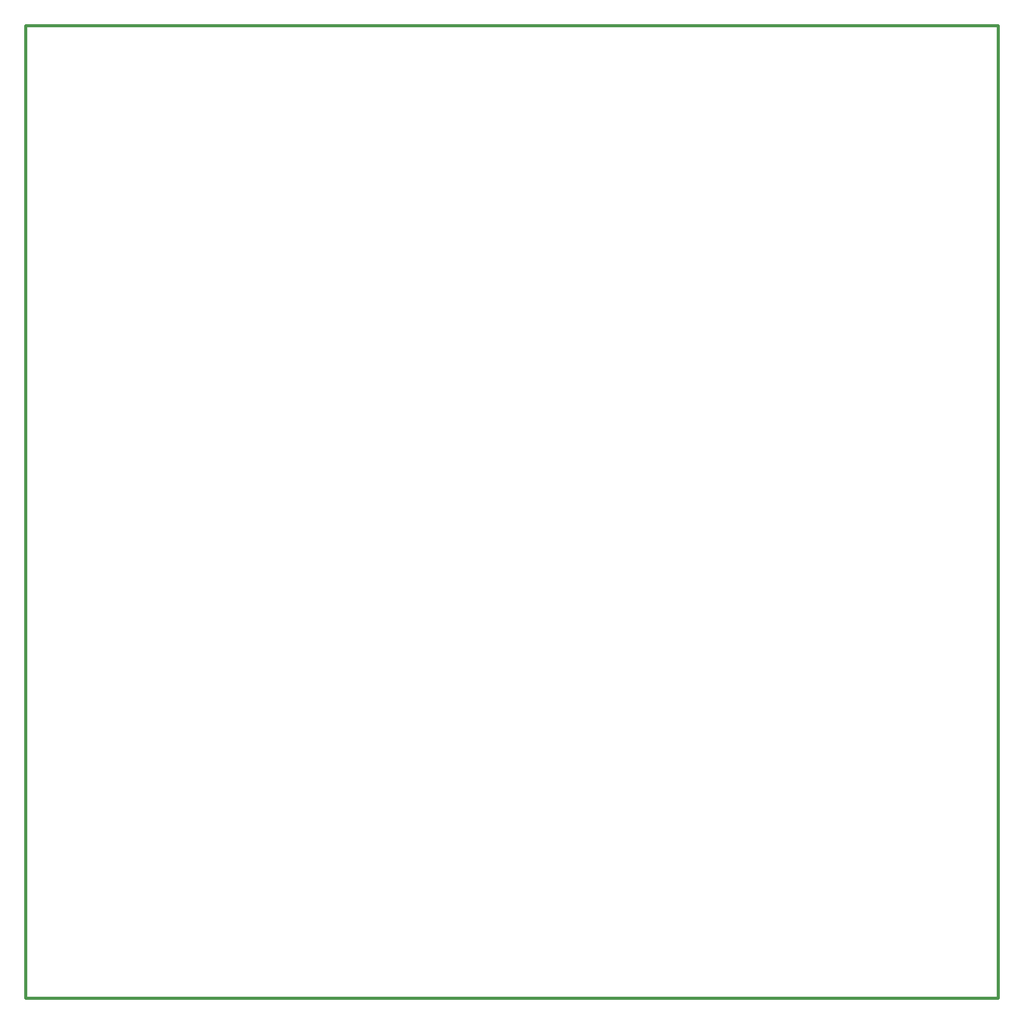
<source format=gbr>
G04 #@! TF.GenerationSoftware,KiCad,Pcbnew,(5.1.4)-1*
G04 #@! TF.CreationDate,2019-10-18T22:13:44+02:00*
G04 #@! TF.ProjectId,Retro PC,52657472-6f20-4504-932e-6b696361645f,1.0*
G04 #@! TF.SameCoordinates,Original*
G04 #@! TF.FileFunction,Profile,NP*
%FSLAX46Y46*%
G04 Gerber Fmt 4.6, Leading zero omitted, Abs format (unit mm)*
G04 Created by KiCad (PCBNEW (5.1.4)-1) date 2019-10-18 22:13:44*
%MOMM*%
%LPD*%
G04 APERTURE LIST*
%ADD10C,0.500000*%
G04 APERTURE END LIST*
D10*
X138049000Y-51308000D02*
X298049000Y-51308000D01*
X298049000Y-51308000D02*
X298049000Y-211308000D01*
X138049000Y-211308000D02*
X298049000Y-211308000D01*
X138049000Y-51308000D02*
X138049000Y-211308000D01*
M02*

</source>
